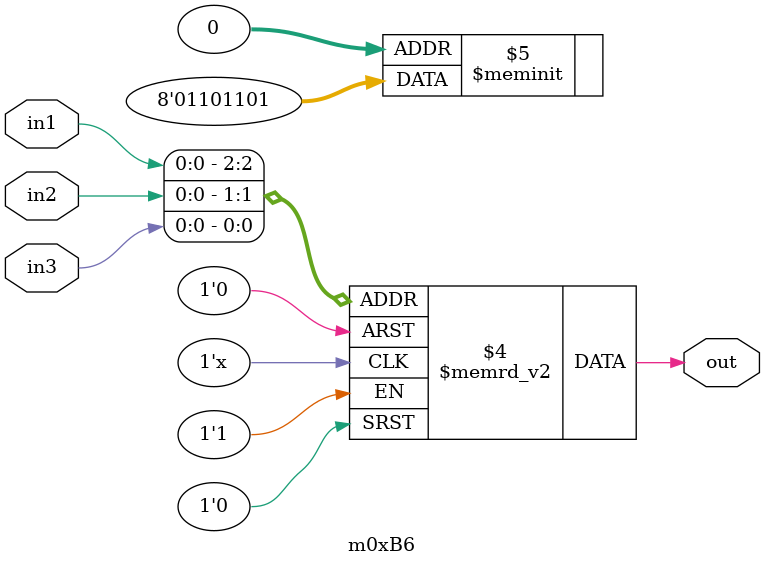
<source format=v>
module m0xB6(output out, input in1, in2, in3);

   always @(in1, in2, in3)
     begin
        case({in1, in2, in3})
          3'b000: {out} = 1'b1;
          3'b001: {out} = 1'b0;
          3'b010: {out} = 1'b1;
          3'b011: {out} = 1'b1;
          3'b100: {out} = 1'b0;
          3'b101: {out} = 1'b1;
          3'b110: {out} = 1'b1;
          3'b111: {out} = 1'b0;
        endcase // case ({in1, in2, in3})
     end // always @ (in1, in2, in3)

endmodule // m0xB6
</source>
